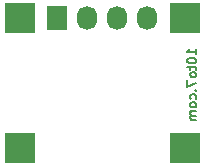
<source format=gbs>
%FSLAX34Y34*%
G04 Gerber Fmt 3.4, Leading zero omitted, Abs format*
G04 (created by PCBNEW (2014-03-19 BZR 4756)-product) date Tue 27 May 2014 12:44:42 BST*
%MOIN*%
G01*
G70*
G90*
G04 APERTURE LIST*
%ADD10C,0.005906*%
%ADD11C,0.007874*%
%ADD12R,0.068000X0.080000*%
%ADD13O,0.068000X0.080000*%
%ADD14R,0.098425X0.098425*%
G04 APERTURE END LIST*
G54D10*
G54D11*
X60221Y-41357D02*
X60221Y-41177D01*
X60221Y-41267D02*
X59906Y-41267D01*
X59951Y-41237D01*
X59981Y-41207D01*
X59996Y-41177D01*
X59906Y-41552D02*
X59906Y-41582D01*
X59921Y-41612D01*
X59936Y-41627D01*
X59966Y-41642D01*
X60026Y-41657D01*
X60101Y-41657D01*
X60161Y-41642D01*
X60191Y-41627D01*
X60206Y-41612D01*
X60221Y-41582D01*
X60221Y-41552D01*
X60206Y-41522D01*
X60191Y-41507D01*
X60161Y-41492D01*
X60101Y-41477D01*
X60026Y-41477D01*
X59966Y-41492D01*
X59936Y-41507D01*
X59921Y-41522D01*
X59906Y-41552D01*
X60011Y-41747D02*
X60011Y-41867D01*
X59906Y-41792D02*
X60176Y-41792D01*
X60206Y-41807D01*
X60221Y-41837D01*
X60221Y-41867D01*
X60221Y-42017D02*
X60206Y-41987D01*
X60191Y-41972D01*
X60161Y-41957D01*
X60071Y-41957D01*
X60041Y-41972D01*
X60026Y-41987D01*
X60011Y-42017D01*
X60011Y-42062D01*
X60026Y-42092D01*
X60041Y-42107D01*
X60071Y-42122D01*
X60161Y-42122D01*
X60191Y-42107D01*
X60206Y-42092D01*
X60221Y-42062D01*
X60221Y-42017D01*
X59906Y-42227D02*
X59906Y-42437D01*
X60221Y-42302D01*
X60191Y-42557D02*
X60206Y-42572D01*
X60221Y-42557D01*
X60206Y-42542D01*
X60191Y-42557D01*
X60221Y-42557D01*
X60206Y-42842D02*
X60221Y-42812D01*
X60221Y-42752D01*
X60206Y-42722D01*
X60191Y-42707D01*
X60161Y-42692D01*
X60071Y-42692D01*
X60041Y-42707D01*
X60026Y-42722D01*
X60011Y-42752D01*
X60011Y-42812D01*
X60026Y-42842D01*
X60221Y-43022D02*
X60206Y-42992D01*
X60191Y-42977D01*
X60161Y-42962D01*
X60071Y-42962D01*
X60041Y-42977D01*
X60026Y-42992D01*
X60011Y-43022D01*
X60011Y-43067D01*
X60026Y-43097D01*
X60041Y-43112D01*
X60071Y-43127D01*
X60161Y-43127D01*
X60191Y-43112D01*
X60206Y-43097D01*
X60221Y-43067D01*
X60221Y-43022D01*
X60221Y-43262D02*
X60011Y-43262D01*
X60041Y-43262D02*
X60026Y-43277D01*
X60011Y-43307D01*
X60011Y-43352D01*
X60026Y-43382D01*
X60056Y-43397D01*
X60221Y-43397D01*
X60056Y-43397D02*
X60026Y-43412D01*
X60011Y-43442D01*
X60011Y-43487D01*
X60026Y-43517D01*
X60056Y-43532D01*
X60221Y-43532D01*
G54D12*
X55586Y-40157D03*
G54D13*
X56586Y-40157D03*
X57586Y-40157D03*
X58586Y-40157D03*
G54D14*
X54330Y-44488D03*
X59842Y-44488D03*
X59842Y-40157D03*
X54330Y-40157D03*
M02*

</source>
